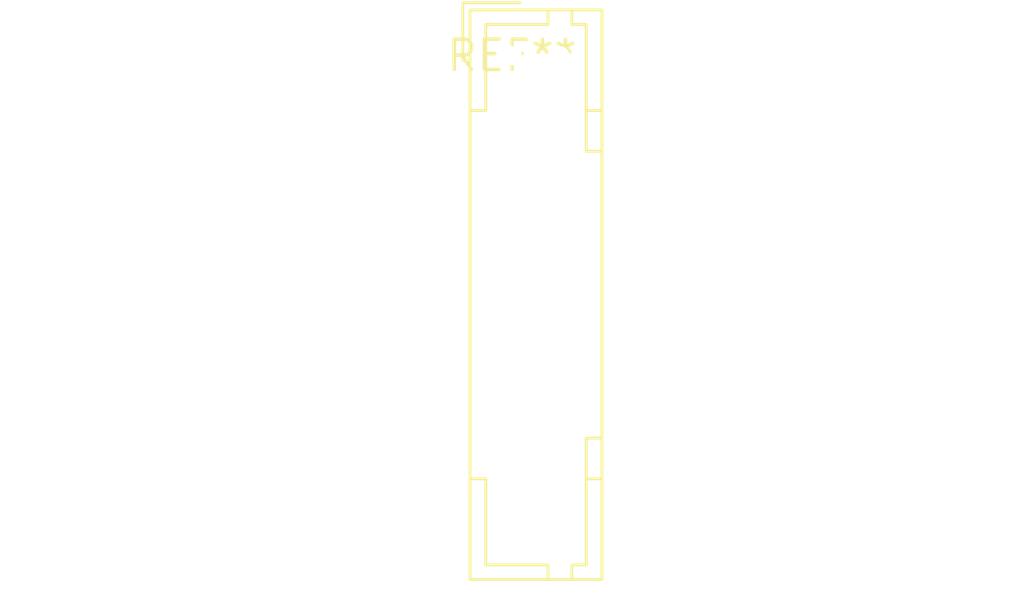
<source format=kicad_pcb>
(kicad_pcb (version 20240108) (generator pcbnew)
  (layers (0 "F.Cu" signal) (31 "B.Cu" signal) (34 "B.Paste" user) (35 "F.Paste" user) (36 "B.SilkS" user "B.Silkscreen") (37 "F.SilkS" user "F.Silkscreen") (38 "B.Mask" user) (39 "F.Mask" user) (44 "Edge.Cuts" user))
  (net 0 "")
  (footprint "JAE_LY20-22P-DT1_2x11_P2.00mm_Vertical" (layer "F.Cu") (at 0 0)
    (property "Reference" "REF**")
    (property "Value" "JAE_LY20-22P-DT1_2x11_P2.00mm_Vertical")
    (fp_line (start -2.06 -2.21) (end -2.06 0.2) (layer "F.SilkS") (stroke (width 0.12)))
    (fp_line (start -1.76 -1.91) (end -1.76 21.91) (layer "F.SilkS") (stroke (width 0.12)))
    (fp_line (start -1.76 21.91) (end 3.76 21.91) (layer "F.SilkS") (stroke (width 0.12)))
    (fp_line (start -1.1 -1.3) (end -1.1 2.3) (layer "F.SilkS") (stroke (width 0.12)))
    (fp_line (start -1.1 2.3) (end -1.76 2.3) (layer "F.SilkS") (stroke (width 0.12)))
    (fp_line (start -1.1 17.7) (end -1.76 17.7) (layer "F.SilkS") (stroke (width 0.12)))
    (fp_line (start -1.1 21.3) (end -1.1 17.7) (layer "F.SilkS") (stroke (width 0.12)))
    (fp_line (start 0.35 -2.21) (end -2.06 -2.21) (layer "F.SilkS") (stroke (width 0.12)))
    (fp_line (start 1.5 -1.91) (end 1.5 -1.3) (layer "F.SilkS") (stroke (width 0.12)))
    (fp_line (start 1.5 -1.3) (end -1.1 -1.3) (layer "F.SilkS") (stroke (width 0.12)))
    (fp_line (start 1.5 21.3) (end -1.1 21.3) (layer "F.SilkS") (stroke (width 0.12)))
    (fp_line (start 1.5 21.91) (end 1.5 21.3) (layer "F.SilkS") (stroke (width 0.12)))
    (fp_line (start 2.5 -1.91) (end 2.5 -1.3) (layer "F.SilkS") (stroke (width 0.12)))
    (fp_line (start 2.5 -1.3) (end 3.1 -1.3) (layer "F.SilkS") (stroke (width 0.12)))
    (fp_line (start 2.5 21.3) (end 3.1 21.3) (layer "F.SilkS") (stroke (width 0.12)))
    (fp_line (start 2.5 21.91) (end 2.5 21.3) (layer "F.SilkS") (stroke (width 0.12)))
    (fp_line (start 3.1 -1.3) (end 3.1 4) (layer "F.SilkS") (stroke (width 0.12)))
    (fp_line (start 3.1 4) (end 3.76 4) (layer "F.SilkS") (stroke (width 0.12)))
    (fp_line (start 3.1 16) (end 3.76 16) (layer "F.SilkS") (stroke (width 0.12)))
    (fp_line (start 3.1 21.3) (end 3.1 16) (layer "F.SilkS") (stroke (width 0.12)))
    (fp_line (start 3.76 -1.91) (end -1.76 -1.91) (layer "F.SilkS") (stroke (width 0.12)))
    (fp_line (start 3.76 2.3) (end 3.1 2.3) (layer "F.SilkS") (stroke (width 0.12)))
    (fp_line (start 3.76 17.7) (end 3.1 17.7) (layer "F.SilkS") (stroke (width 0.12)))
    (fp_line (start 3.76 21.91) (end 3.76 -1.91) (layer "F.SilkS") (stroke (width 0.12)))
    (pad "a1" thru_hole roundrect (at 0 0) (size 1.2 1.2) (drill 0.8) (layers *.Cu *.Mask) (remove_unused_layers) (roundrect_rratio 0.208333))
    (pad "a2" thru_hole circle (at 0 2) (size 1.2 1.2) (drill 0.8) (layers *.Cu *.Mask) (remove_unused_layers))
    (pad "a3" thru_hole circle (at 0 4) (size 1.2 1.2) (drill 0.8) (layers *.Cu *.Mask) (remove_unused_layers))
    (pad "a4" thru_hole circle (at 0 6) (size 1.2 1.2) (drill 0.8) (layers *.Cu *.Mask) (remove_unused_layers))
    (pad "a5" thru_hole circle (at 0 8) (size 1.2 1.2) (drill 0.8) (layers *.Cu *.Mask) (remove_unused_layers))
    (pad "a6" thru_hole circle (at 0 10) (size 1.2 1.2) (drill 0.8) (layers *.Cu *.Mask) (remove_unused_layers))
    (pad "a7" thru_hole circle (at 0 12) (size 1.2 1.2) (drill 0.8) (layers *.Cu *.Mask) (remove_unused_layers))
    (pad "a8" thru_hole circle (at 0 14) (size 1.2 1.2) (drill 0.8) (layers *.Cu *.Mask) (remove_unused_layers))
    (pad "a9" thru_hole circle (at 0 16) (size 1.2 1.2) (drill 0.8) (layers *.Cu *.Mask) (remove_unused_layers))
    (pad "a10" thru_hole circle (at 0 18) (size 1.2 1.2) (drill 0.8) (layers *.Cu *.Mask) (remove_unused_layers))
    (pad "a11" thru_hole circle (at 0 20) (size 1.2 1.2) (drill 0.8) (layers *.Cu *.Mask) (remove_unused_layers))
    (pad "b1" thru_hole circle (at 2 0) (size 1.2 1.2) (drill 0.8) (layers *.Cu *.Mask) (remove_unused_layers))
    (pad "b2" thru_hole circle (at 2 2) (size 1.2 1.2) (drill 0.8) (layers *.Cu *.Mask) (remove_unused_layers))
    (pad "b3" thru_hole circle (at 2 4) (size 1.2 1.2) (drill 0.8) (layers *.Cu *.Mask) (remove_unused_layers))
    (pad "b4" thru_hole circle (at 2 6) (size 1.2 1.2) (drill 0.8) (layers *.Cu *.Mask) (remove_unused_layers))
    (pad "b5" thru_hole circle (at 2 8) (size 1.2 1.2) (drill 0.8) (layers *.Cu *.Mask) (remove_unused_layers))
    (pad "b6" thru_hole circle (at 2 10) (size 1.2 1.2) (drill 0.8) (layers *.Cu *.Mask) (remove_unused_layers))
    (pad "b7" thru_hole circle (at 2 12) (size 1.2 1.2) (drill 0.8) (layers *.Cu *.Mask) (remove_unused_layers))
    (pad "b8" thru_hole circle (at 2 14) (size 1.2 1.2) (drill 0.8) (layers *.Cu *.Mask) (remove_unused_layers))
    (pad "b9" thru_hole circle (at 2 16) (size 1.2 1.2) (drill 0.8) (layers *.Cu *.Mask) (remove_unused_layers))
    (pad "b10" thru_hole circle (at 2 18) (size 1.2 1.2) (drill 0.8) (layers *.Cu *.Mask) (remove_unused_layers))
    (pad "b11" thru_hole circle (at 2 20) (size 1.2 1.2) (drill 0.8) (layers *.Cu *.Mask) (remove_unused_layers))
  )
)
</source>
